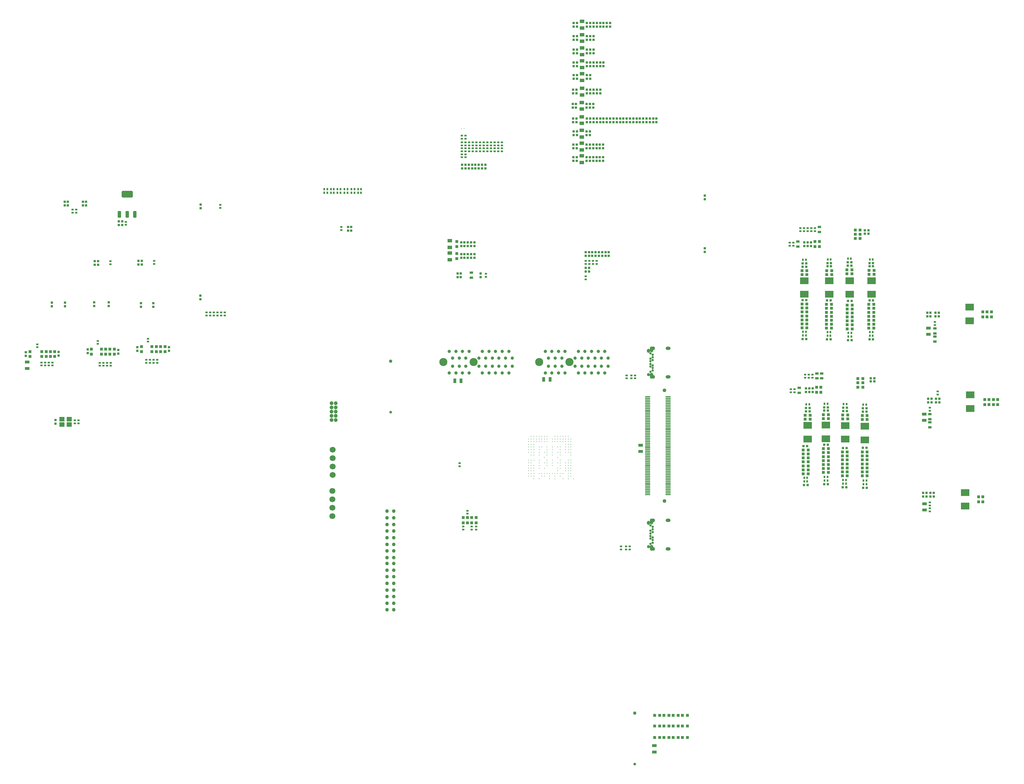
<source format=gbs>
%FSLAX46Y46*%
%MOMM*%
%AMPS58*
4,1,4,
0.550000,-0.649996,
-0.550000,-0.649996,
-0.550000,0.000004,
0.550000,0.000004,
0.550000,-0.649996,
0
*
1,1,1.100000,0.000000,0.000004*
1,1,1.100000,0.000000,-0.649996*
4,1,4,
0.500000,0.550004,
0.500000,-0.549996,
0.000000,-0.549996,
0.000000,0.550004,
0.500000,0.550004,
0
*
1,1,1.100000,0.000000,0.000004*
1,1,1.100000,0.500000,0.000004*
%
%ADD58PS58*%
%AMPS36*
4,1,4,
0.550000,-0.649996,
-0.550000,-0.649996,
-0.550000,0.000004,
0.550000,0.000004,
0.550000,-0.649996,
0
*
1,1,1.100000,0.000000,0.000004*
1,1,1.100000,0.000000,-0.649996*
4,1,4,
0.500000,0.550004,
0.500000,-0.549996,
0.000000,-0.549996,
0.000000,0.550004,
0.500000,0.550004,
0
*
1,1,1.100000,0.000000,0.000004*
1,1,1.100000,0.500000,0.000004*
%
%ADD36PS36*%
%AMPS68*
1,1,1.166800,0.000000,0.000000*
%
%ADD68PS68*%
%AMPS66*
1,1,1.166800,0.000000,0.000000*
%
%ADD66PS66*%
%AMPS62*
1,1,1.800000,0.000000,0.000000*
%
%ADD62PS62*%
%AMPS31*
1,1,0.700000,0.000000,0.000000*
%
%ADD31PS31*%
%AMPS35*
1,1,0.700000,0.000000,0.000000*
%
%ADD35PS35*%
%AMPS32*
1,1,0.700000,0.000000,0.000000*
%
%ADD32PS32*%
%AMPS61*
1,1,1.800000,0.000000,0.000000*
%
%ADD61PS61*%
%AMPS67*
1,1,1.166800,0.000000,0.000000*
%
%ADD67PS67*%
%AMPS46*
1,1,1.000000,0.000000,0.000000*
%
%ADD46PS46*%
%AMPS48*
1,1,1.000000,0.000000,0.000000*
%
%ADD48PS48*%
%AMPS50*
1,1,1.000000,0.000000,0.000000*
%
%ADD50PS50*%
%AMPS47*
1,1,1.000000,0.000000,0.000000*
%
%ADD47PS47*%
%AMPS57*
1,1,0.700000,0.000000,0.000000*
%
%ADD57PS57*%
%AMPS63*
1,1,1.800000,0.000000,0.000000*
%
%ADD63PS63*%
%AMPS44*
1,1,1.000000,0.000000,0.000000*
%
%ADD44PS44*%
%AMPS45*
1,1,1.000000,0.000000,0.000000*
%
%ADD45PS45*%
%AMPS70*
1,1,1.166800,0.000000,0.000000*
%
%ADD70PS70*%
%AMPS52*
1,1,1.000000,0.000000,0.000000*
%
%ADD52PS52*%
%AMPS53*
1,1,1.000000,0.000000,0.000000*
%
%ADD53PS53*%
%AMPS39*
1,1,0.700000,0.000000,0.000000*
%
%ADD39PS39*%
%AMPS71*
1,1,1.000000,0.000000,0.000000*
%
%ADD71PS71*%
%AMPS54*
1,1,1.000000,0.000000,0.000000*
%
%ADD54PS54*%
%AMPS49*
1,1,1.000000,0.000000,0.000000*
%
%ADD49PS49*%
%AMPS51*
1,1,1.000000,0.000000,0.000000*
%
%ADD51PS51*%
%AMPS33*
1,1,0.700000,0.000000,0.000000*
%
%ADD33PS33*%
%AMPS69*
1,1,1.166800,0.000000,0.000000*
%
%ADD69PS69*%
%AMPS20*
21,1,0.700000,0.600000,0.000000,0.000000,360.000000*
%
%ADD20PS20*%
%AMPS12*
21,1,0.700000,0.600000,0.000000,0.000000,270.000000*
%
%ADD12PS12*%
%AMPS22*
21,1,0.700000,0.600000,0.000000,0.000000,90.000000*
%
%ADD22PS22*%
%AMPS60*
21,1,1.500000,1.300000,0.000000,0.000000,360.000000*
%
%ADD60PS60*%
%AMPS28*
21,1,0.900000,0.900000,0.000000,0.000000,270.000000*
%
%ADD28PS28*%
%AMPS21*
21,1,1.100000,1.350000,0.000000,0.000000,270.000000*
%
%ADD21PS21*%
%AMPS14*
21,1,0.900000,0.850000,0.000000,0.000000,360.000000*
%
%ADD14PS14*%
%AMPS16*
21,1,0.900000,0.850000,0.000000,0.000000,270.000000*
%
%ADD16PS16*%
%AMPS29*
21,1,0.900000,0.850000,0.000000,0.000000,90.000000*
%
%ADD29PS29*%
%AMPS13*
21,1,0.500000,0.700000,0.000000,0.000000,360.000000*
%
%ADD13PS13*%
%AMPS11*
21,1,0.500000,0.700000,0.000000,0.000000,270.000000*
%
%ADD11PS11*%
%AMPS15*
21,1,0.500000,0.700000,0.000000,0.000000,90.000000*
%
%ADD15PS15*%
%AMPS23*
21,1,2.000000,2.600000,0.000000,0.000000,270.000000*
%
%ADD23PS23*%
%AMPS10*
21,1,0.800000,1.400000,0.000000,0.000000,270.000000*
%
%ADD10PS10*%
%AMPS41*
21,1,0.800000,1.400000,0.000000,0.000000,180.000000*
%
%ADD41PS41*%
%AMPS25*
21,1,0.800000,1.400000,0.000000,0.000000,90.000000*
%
%ADD25PS25*%
%AMPS17*
21,1,0.404800,1.547800,0.000000,0.000000,270.000000*
%
%ADD17PS17*%
%AMPS24*
21,1,0.600000,1.000000,0.000000,0.000000,270.000000*
%
%ADD24PS24*%
%AMPS19*
21,1,0.600000,1.000000,0.000000,0.000000,90.000000*
%
%ADD19PS19*%
%AMPS77*
1,1,0.300000,0.000000,0.000000*
%
%ADD77PS77*%
%AMPS75*
1,1,0.300000,0.000000,0.000000*
%
%ADD75PS75*%
%AMPS73*
1,1,0.300000,0.000000,0.000000*
%
%ADD73PS73*%
%AMPS72*
1,1,0.300000,0.000000,0.000000*
%
%ADD72PS72*%
%AMPS76*
1,1,0.300000,0.000000,0.000000*
%
%ADD76PS76*%
%AMPS74*
1,1,0.300000,0.000000,0.000000*
%
%ADD74PS74*%
%AMPS40*
21,1,0.500000,1.000000,0.000000,0.000000,180.000000*
1,1,1.000000,-0.250000,0.000000*
1,1,1.000000,0.250000,0.000000*
%
%ADD40PS40*%
%AMPS59*
21,1,0.500000,1.000000,0.000000,0.000000,180.000000*
1,1,1.000000,-0.250000,0.000000*
1,1,1.000000,0.250000,0.000000*
%
%ADD59PS59*%
%AMPS55*
21,1,0.500000,1.000000,0.000000,0.000000,180.000000*
1,1,1.000000,-0.250000,0.000000*
1,1,1.000000,0.250000,0.000000*
%
%ADD55PS55*%
%AMPS30*
21,1,0.500000,1.000000,0.000000,0.000000,180.000000*
1,1,1.000000,-0.250000,0.000000*
1,1,1.000000,0.250000,0.000000*
%
%ADD30PS30*%
%AMPS18*
1,1,1.116000,0.000000,0.000000*
%
%ADD18PS18*%
%AMPS26*
1,1,0.800000,0.000000,0.000000*
%
%ADD26PS26*%
%AMPS42*
1,1,1.100000,0.000000,0.000000*
%
%ADD42PS42*%
%AMPS27*
1,1,1.000000,0.000000,0.000000*
%
%ADD27PS27*%
%AMPS43*
1,1,2.450000,0.000000,0.000000*
%
%ADD43PS43*%
%AMPS37*
1,1,0.950000,0.000000,0.000000*
%
%ADD37PS37*%
%AMPS38*
21,1,0.300000,0.950000,0.000000,0.000000,90.000000*
1,1,0.950000,0.000000,0.150000*
1,1,0.950000,0.000000,-0.150000*
%
%ADD38PS38*%
%AMPS65*
1,1,0.600000,-1.375000,-0.700000*
1,1,0.600000,1.375000,0.700000*
1,1,0.600000,1.375000,-0.700000*
1,1,0.600000,-1.375000,0.700000*
21,1,3.350000,1.400000,0.000000,0.000000,180.000000*
21,1,2.750000,2.000000,0.000000,0.000000,180.000000*
%
%ADD65PS65*%
%AMPS64*
1,1,0.500000,0.275000,0.750000*
1,1,0.500000,-0.275000,-0.750000*
1,1,0.500000,-0.275000,0.750000*
1,1,0.500000,0.275000,-0.750000*
21,1,1.050000,1.500000,0.000000,0.000000,360.000000*
21,1,0.550000,2.000000,0.000000,0.000000,360.000000*
%
%ADD64PS64*%
%AMPS34*
4,1,4,
0.550000,0.000000,
-0.550000,0.000000,
-0.550000,0.650000,
0.550000,0.650000,
0.550000,0.000000,
0
*
1,1,1.100000,0.000000,0.650000*
1,1,1.100000,0.000000,0.000000*
4,1,4,
0.500000,0.550000,
0.500000,-0.550000,
0.000000,-0.550000,
0.000000,0.550000,
0.500000,0.550000,
0
*
1,1,1.100000,0.000000,0.000000*
1,1,1.100000,0.500000,0.000000*
%
%ADD34PS34*%
%AMPS56*
4,1,4,
0.550000,0.000000,
-0.550000,0.000000,
-0.550000,0.650000,
0.550000,0.650000,
0.550000,0.000000,
0
*
1,1,1.100000,0.000000,0.650000*
1,1,1.100000,0.000000,0.000000*
4,1,4,
0.500000,0.550000,
0.500000,-0.550000,
0.000000,-0.550000,
0.000000,0.550000,
0.500000,0.550000,
0
*
1,1,1.100000,0.000000,0.000000*
1,1,1.100000,0.500000,0.000000*
%
%ADD56PS56*%
G01*
G01*
%LPD*%
G75*
D10*
X-150000000Y24350000D03*
D10*
X-150000000Y26250000D03*
D11*
X86100000Y21550000D03*
D11*
X86100000Y22450000D03*
D11*
X-9900000Y89950000D03*
D11*
X-9900000Y90850000D03*
D12*
X16100000Y124750000D03*
D12*
X16100000Y123650000D03*
D13*
X-59350000Y77400000D03*
D13*
X-60250000Y77400000D03*
D14*
X102250000Y-2100000D03*
D14*
X103750000Y-2100000D03*
D12*
X22000000Y88150000D03*
D12*
X22000000Y87050000D03*
D12*
X85300000Y18350000D03*
D12*
X85300000Y17250000D03*
D12*
X20000000Y104250000D03*
D12*
X20000000Y103150000D03*
D15*
X-95800000Y41250000D03*
D15*
X-95800000Y40350000D03*
D12*
X19000000Y88150000D03*
D12*
X19000000Y87050000D03*
D13*
X97350000Y-9400000D03*
D13*
X96450000Y-9400000D03*
D16*
X88000000Y62650000D03*
D16*
X88000000Y61150000D03*
D12*
X15000000Y88150000D03*
D12*
X15000000Y87050000D03*
D16*
X-111000000Y30950000D03*
D16*
X-111000000Y29450000D03*
D12*
X86300000Y18350000D03*
D12*
X86300000Y17250000D03*
D11*
X85000000Y21550000D03*
D11*
X85000000Y22450000D03*
D17*
X37413900Y15260800D03*
D17*
X37413900Y-6255500D03*
D17*
X43586100Y-7756700D03*
D17*
X37413900Y-11259300D03*
D17*
X43586100Y7254800D03*
D17*
X43586100Y-1251700D03*
D17*
X43586100Y10757400D03*
D17*
X37413900Y-250900D03*
D17*
X43586100Y13259300D03*
D17*
X43586100Y-6755900D03*
D17*
X37413900Y12759000D03*
D17*
X43586100Y-9758200D03*
D17*
X37413900Y-4754300D03*
D17*
X37413900Y-6755900D03*
D17*
X37413900Y-3753600D03*
D18*
X42532000Y-15741100D03*
D17*
X43586100Y4252500D03*
D17*
X43586100Y-5755100D03*
D17*
X43586100Y13759700D03*
D17*
X37413900Y13259300D03*
D17*
X43586100Y-10758900D03*
D17*
X37413900Y11758200D03*
D17*
X43586100Y-5254700D03*
D17*
X43586100Y5253300D03*
D17*
X37413900Y-4253900D03*
D17*
X37413900Y-2752800D03*
D17*
X43586100Y-4253900D03*
D17*
X37413900Y-8257000D03*
D17*
X43586100Y4752900D03*
D17*
X37413900Y14260100D03*
D17*
X43586100Y-3253200D03*
D17*
X43586100Y12258600D03*
D17*
X37413900Y249400D03*
D17*
X37413900Y-751300D03*
D17*
X43586100Y7755200D03*
D17*
X43586100Y10257000D03*
D17*
X43586100Y-7256299D03*
D17*
X37413900Y8755900D03*
D17*
X37413900Y5253300D03*
D17*
X43586100Y9256299D03*
D17*
X43586100Y-2752800D03*
D17*
X37413900Y3752200D03*
D17*
X43586100Y-10258500D03*
D17*
X37413900Y-12760400D03*
D17*
X43586100Y-13260800D03*
D17*
X43586100Y5753700D03*
D17*
X37413900Y8255500D03*
D17*
X43586100Y-3753600D03*
D17*
X37413900Y749801D03*
D17*
X43586100Y-1752100D03*
D17*
X37413900Y-7756700D03*
D18*
X42532000Y17741100D03*
D17*
X43586100Y-751300D03*
D17*
X37413900Y5753700D03*
D17*
X37413900Y1250199D03*
D17*
X37413900Y2751400D03*
D17*
X37413900Y-10758900D03*
D17*
X43586100Y2751400D03*
D17*
X43586100Y11758200D03*
D17*
X43586100Y-4754300D03*
D17*
X43586100Y-12760400D03*
D17*
X43586100Y-2252400D03*
D17*
X37413900Y9756700D03*
D17*
X37413900Y-7256299D03*
D17*
X43586100Y749801D03*
D17*
X37413900Y-2252400D03*
D17*
X37413900Y4752900D03*
D17*
X43586100Y15761200D03*
D17*
X37413900Y-5755100D03*
D17*
X37413900Y9256299D03*
D17*
X37413900Y6254000D03*
D17*
X37413900Y7755200D03*
D17*
X43586100Y9756700D03*
D17*
X43586100Y6754400D03*
D17*
X43586100Y1750600D03*
D17*
X43586100Y8755900D03*
D17*
X43586100Y3752200D03*
D17*
X37413900Y-9257800D03*
D17*
X37413900Y4252500D03*
D17*
X43586100Y1250199D03*
D17*
X37413900Y-12260000D03*
D17*
X37413900Y14760500D03*
D17*
X37413900Y-5254700D03*
D17*
X37413900Y15761200D03*
D17*
X43586100Y-11259300D03*
D17*
X43586100Y-8757400D03*
D17*
X37413900Y10257000D03*
D17*
X37413900Y13759700D03*
D17*
X37413900Y7254800D03*
D17*
X37413900Y12258600D03*
D17*
X37413900Y3251800D03*
D17*
X37413900Y-13260800D03*
D17*
X37413900Y-8757400D03*
D17*
X37413900Y6754400D03*
D17*
X37413900Y1750600D03*
D17*
X37413900Y-9758200D03*
D17*
X43586100Y-12260000D03*
D17*
X43586100Y249400D03*
D17*
X43586100Y3251800D03*
D17*
X37413900Y-1251700D03*
D17*
X43586100Y15260800D03*
D17*
X43586100Y-8257000D03*
D17*
X37413900Y10757400D03*
D17*
X43586100Y12759000D03*
D17*
X37413900Y-11759700D03*
D17*
X43586100Y-6255500D03*
D17*
X37413900Y2251000D03*
D17*
X43586100Y14260100D03*
D17*
X37413900Y11257800D03*
D17*
X43586100Y-13761200D03*
D17*
X43586100Y2251000D03*
D17*
X43586100Y11257800D03*
D17*
X43586100Y8255500D03*
D17*
X43586100Y-250900D03*
D17*
X37413900Y-1752100D03*
D17*
X37413900Y-3253200D03*
D17*
X43586100Y6254000D03*
D17*
X43586100Y14760500D03*
D17*
X43586100Y-11759700D03*
D17*
X37413900Y-10258500D03*
D17*
X37413900Y-13761200D03*
D17*
X43586100Y-9257800D03*
D11*
X19799996Y55949994D03*
D11*
X19799996Y56849994D03*
D12*
X16100000Y120650000D03*
D12*
X16100000Y119550000D03*
D12*
X24100000Y128750000D03*
D12*
X24100000Y127650000D03*
D12*
X24700000Y59450000D03*
D12*
X24700000Y58350000D03*
D11*
X80400000Y61450000D03*
D11*
X80400000Y62350000D03*
D12*
X16100000Y116750000D03*
D12*
X16100000Y115650000D03*
D12*
X19100000Y128750000D03*
D12*
X19100000Y127650000D03*
D12*
X20100000Y120650000D03*
D12*
X20100000Y119550000D03*
D11*
X-110700000Y26050000D03*
D11*
X-110700000Y26950000D03*
D19*
X82800000Y62650000D03*
D19*
X82800000Y61150000D03*
D16*
X140600000Y14950000D03*
D16*
X140600000Y13450000D03*
D11*
X31100000Y21350000D03*
D11*
X31100000Y22250000D03*
D11*
X30900000Y-30350000D03*
D11*
X30900000Y-29450000D03*
D13*
X91750000Y13700000D03*
D13*
X90850000Y13700000D03*
D12*
X18700000Y59450000D03*
D12*
X18700000Y58350000D03*
D12*
X24100000Y99850000D03*
D12*
X24100000Y98750000D03*
D11*
X-112900000Y26050000D03*
D11*
X-112900000Y26950000D03*
D14*
X91450000Y43700000D03*
D14*
X92950000Y43700000D03*
D20*
X91650000Y44900000D03*
D20*
X92750000Y44900000D03*
D12*
X14900000Y99850000D03*
D12*
X14900000Y98750000D03*
D11*
X-111700000Y55950000D03*
D11*
X-111700000Y56850000D03*
D12*
X29100000Y99850000D03*
D12*
X29100000Y98750000D03*
D13*
X103550000Y-9500000D03*
D13*
X102650000Y-9500000D03*
D21*
X-22300008Y57200056D03*
D21*
X-22300008Y59200056D03*
D11*
X-124900000Y55850000D03*
D11*
X-124900000Y56750000D03*
D16*
X-123700000Y30150000D03*
D16*
X-123700000Y28650000D03*
D14*
X84450000Y-300000D03*
D14*
X85950000Y-300000D03*
D12*
X15100000Y112950000D03*
D12*
X15100000Y111850000D03*
D12*
X15900000Y99850000D03*
D12*
X15900000Y98750000D03*
D11*
X84700000Y65850000D03*
D11*
X84700000Y66750000D03*
D22*
X-138700000Y73650000D03*
D22*
X-138700000Y74750000D03*
D16*
X140000000Y41450000D03*
D16*
X140000000Y39950000D03*
D11*
X29400000Y-30350000D03*
D11*
X29400000Y-29450000D03*
D20*
X96450000Y300000D03*
D20*
X97550000Y300000D03*
D12*
X37100000Y99850000D03*
D12*
X37100000Y98750000D03*
D13*
X-57350000Y78500000D03*
D13*
X-58250000Y78500000D03*
D12*
X-17900000Y58850000D03*
D12*
X-17900000Y57750000D03*
D20*
X104450000Y56200000D03*
D20*
X105550000Y56200000D03*
D23*
X98500000Y50850000D03*
D23*
X98500000Y46750000D03*
D11*
X-12100000Y91750000D03*
D11*
X-12100000Y92650000D03*
D14*
X96250000Y-2100000D03*
D14*
X97750000Y-2100000D03*
D10*
X121000000Y8650000D03*
D10*
X121000000Y10550000D03*
D12*
X24000000Y91950000D03*
D12*
X24000000Y90850000D03*
D22*
X15800000Y103150000D03*
D22*
X15800000Y104250000D03*
D24*
X83200000Y16950000D03*
D24*
X83200000Y18450000D03*
D14*
X84050000Y53900000D03*
D14*
X85550000Y53900000D03*
D16*
X138700000Y41450000D03*
D16*
X138700000Y39950000D03*
D22*
X-115600000Y42950000D03*
D22*
X-115600000Y44050000D03*
D11*
X-143500000Y25250000D03*
D11*
X-143500000Y26150000D03*
D20*
X97950000Y44700000D03*
D20*
X99050000Y44700000D03*
D12*
X-122500000Y29950000D03*
D12*
X-122500000Y28850000D03*
D21*
X17599992Y127200056D03*
D21*
X17599992Y129200056D03*
D14*
X84050000Y39000000D03*
D14*
X85550000Y39000000D03*
D12*
X25100000Y128750000D03*
D12*
X25100000Y127650000D03*
D14*
X84050000Y41400000D03*
D14*
X85550000Y41400000D03*
D12*
X21100000Y128750000D03*
D12*
X21100000Y127650000D03*
D11*
X-145700000Y25250000D03*
D11*
X-145700000Y26150000D03*
D12*
X20700000Y59450000D03*
D12*
X20700000Y58350000D03*
D13*
X85250000Y34300000D03*
D13*
X84350000Y34300000D03*
D12*
X-16900000Y62450000D03*
D12*
X-16900000Y61350000D03*
D14*
X45150000Y-83700000D03*
D14*
X46650000Y-83700000D03*
D12*
X18700000Y54750000D03*
D12*
X18700000Y53650000D03*
D20*
X84250000Y33200000D03*
D20*
X85350000Y33200000D03*
D14*
X96250000Y-6900000D03*
D14*
X97750000Y-6900000D03*
D11*
X-16500000Y89950000D03*
D11*
X-16500000Y90850000D03*
D13*
X98950000Y34000000D03*
D13*
X98050000Y34000000D03*
D13*
X-53250000Y78500000D03*
D13*
X-54150000Y78500000D03*
D16*
X138700000Y-14450000D03*
D16*
X138700000Y-15950000D03*
D12*
X-141500000Y8750000D03*
D12*
X-141500000Y7650000D03*
D12*
X-18900000Y62450000D03*
D12*
X-18900000Y61350000D03*
D14*
X90550000Y-2300000D03*
D14*
X92050000Y-2300000D03*
D14*
X84050000Y42600000D03*
D14*
X85550000Y42600000D03*
D12*
X19000000Y104250000D03*
D12*
X19000000Y103150000D03*
D12*
X14900000Y108550000D03*
D12*
X14900000Y107450000D03*
D25*
X122300000Y36550000D03*
D25*
X122300000Y34650000D03*
D11*
X-19350000Y-5225000D03*
D11*
X-19350000Y-4325000D03*
D16*
X-109700000Y30950000D03*
D16*
X-109700000Y29450000D03*
D20*
X96550000Y11500000D03*
D20*
X97650000Y11500000D03*
D12*
X-52100000Y67050000D03*
D12*
X-52100000Y65950000D03*
D14*
X96250000Y-4500000D03*
D14*
X97750000Y-4500000D03*
D12*
X20100000Y112950000D03*
D12*
X20100000Y111850000D03*
D14*
X84450000Y-5100000D03*
D14*
X85950000Y-5100000D03*
D12*
X-129800000Y44350000D03*
D12*
X-129800000Y43250000D03*
D14*
X97750000Y41100000D03*
D14*
X99250000Y41100000D03*
D11*
X-8800000Y89950000D03*
D11*
X-8800000Y90850000D03*
D12*
X-116700000Y30750000D03*
D12*
X-116700000Y29650000D03*
D12*
X-115400000Y56850000D03*
D12*
X-115400000Y55750000D03*
D11*
X-128700000Y31750000D03*
D11*
X-128700000Y32650000D03*
D14*
X97750000Y37500000D03*
D14*
X99250000Y37500000D03*
D14*
X84050000Y37800000D03*
D14*
X85550000Y37800000D03*
D20*
X102450000Y12300000D03*
D20*
X103550000Y12300000D03*
D11*
X-144600000Y25250000D03*
D11*
X-144600000Y26150000D03*
D12*
X23700000Y59450000D03*
D12*
X23700000Y58350000D03*
D11*
X-15400000Y91750000D03*
D11*
X-15400000Y92650000D03*
D23*
X105100000Y50850000D03*
D23*
X105100000Y46750000D03*
D12*
X16100000Y112950000D03*
D12*
X16100000Y111850000D03*
D14*
X102250000Y-5700000D03*
D14*
X103750000Y-5700000D03*
D12*
X-18900000Y58850000D03*
D12*
X-18900000Y57750000D03*
D16*
X89300000Y62650000D03*
D16*
X89300000Y61150000D03*
D11*
X-8800000Y91750000D03*
D11*
X-8800000Y92650000D03*
D11*
X-90300000Y40350000D03*
D11*
X-90300000Y41250000D03*
D11*
X-9900000Y91750000D03*
D11*
X-9900000Y92650000D03*
D14*
X39550000Y-80500000D03*
D14*
X41050000Y-80500000D03*
D11*
X-17600000Y91750000D03*
D11*
X-17600000Y92650000D03*
D20*
X104850000Y21400000D03*
D20*
X105950000Y21400000D03*
D12*
X36100000Y99850000D03*
D12*
X36100000Y98750000D03*
D14*
X102250000Y-900000D03*
D14*
X103750000Y-900000D03*
D13*
X103450000Y13400000D03*
D13*
X102550000Y13400000D03*
D12*
X20100000Y116750000D03*
D12*
X20100000Y115650000D03*
D22*
X121700000Y-14350000D03*
D22*
X121700000Y-13250000D03*
D14*
X97750000Y38700000D03*
D14*
X99250000Y38700000D03*
D11*
X-11000000Y91750000D03*
D11*
X-11000000Y92650000D03*
D14*
X100950000Y20000000D03*
D14*
X102450000Y20000000D03*
D14*
X102250000Y-6900000D03*
D14*
X103750000Y-6900000D03*
D14*
X97750000Y39900000D03*
D14*
X99250000Y39900000D03*
D21*
X17499992Y90400056D03*
D21*
X17499992Y92400056D03*
D24*
X122700000Y9050000D03*
D24*
X122700000Y10550000D03*
D11*
X18700000Y51250000D03*
D11*
X18700000Y52150000D03*
D21*
X17499992Y86600056D03*
D21*
X17499992Y88600056D03*
D12*
X19100000Y116750000D03*
D12*
X19100000Y115650000D03*
D11*
X86900000Y65850000D03*
D11*
X86900000Y66750000D03*
D13*
X105450000Y35300000D03*
D13*
X104550000Y35300000D03*
D11*
X-15400000Y89950000D03*
D11*
X-15400000Y90850000D03*
D10*
X39500000Y-91550000D03*
D10*
X39500000Y-89650000D03*
D16*
X-115500000Y30950000D03*
D16*
X-115500000Y29450000D03*
D26*
X33540000Y-95185000D03*
D27*
X33540000Y-79815000D03*
D28*
X-18300000Y-22300000D03*
D28*
X-18300000Y-20700000D03*
D14*
X104250000Y43700000D03*
D14*
X105750000Y43700000D03*
D12*
X-16600000Y85850000D03*
D12*
X-16600000Y84750000D03*
D24*
X124200000Y34950000D03*
D24*
X124200000Y36450000D03*
D20*
X91650000Y33100000D03*
D20*
X92750000Y33100000D03*
D29*
X-143000000Y27950000D03*
D29*
X-143000000Y29450000D03*
D12*
X-11600000Y85850000D03*
D12*
X-11600000Y84750000D03*
D20*
X96350000Y-11600000D03*
D20*
X97450000Y-11600000D03*
D12*
X15900000Y108550000D03*
D12*
X15900000Y107450000D03*
D14*
X104350000Y52800000D03*
D14*
X105850000Y52800000D03*
D16*
X141300000Y41450000D03*
D16*
X141300000Y39950000D03*
D14*
X104350000Y54000000D03*
D14*
X105850000Y54000000D03*
D14*
X42350000Y-87200000D03*
D14*
X43850000Y-87200000D03*
D12*
X-15900000Y58850000D03*
D12*
X-15900000Y57750000D03*
D13*
X-51150000Y78500000D03*
D13*
X-52050000Y78500000D03*
D14*
X91450000Y38900000D03*
D14*
X92950000Y38900000D03*
D11*
X-12100000Y89950000D03*
D11*
X-12100000Y90850000D03*
D12*
X15100000Y116750000D03*
D12*
X15100000Y115650000D03*
D14*
X102250000Y8900000D03*
D14*
X103750000Y8900000D03*
D20*
X90750000Y12600000D03*
D20*
X91850000Y12600000D03*
D13*
X-53250000Y77400000D03*
D13*
X-54150000Y77400000D03*
D23*
X134700000Y42850000D03*
D23*
X134700000Y38750000D03*
D12*
X16000000Y91950000D03*
D12*
X16000000Y90850000D03*
D14*
X84050000Y36600000D03*
D14*
X85550000Y36600000D03*
D16*
X-125000000Y30150000D03*
D16*
X-125000000Y28650000D03*
D12*
X20100000Y108550000D03*
D12*
X20100000Y107450000D03*
D12*
X22100000Y99850000D03*
D12*
X22100000Y98750000D03*
D11*
X-111800000Y26050000D03*
D11*
X-111800000Y26950000D03*
D30*
X43650000Y-21570000D03*
D31*
X38300000Y-26300000D03*
D32*
X39000000Y-26700000D03*
D33*
X39000000Y-28300000D03*
D34*
X38650000Y-30230000D03*
D35*
X39000000Y-25100000D03*
D35*
X38300000Y-25500000D03*
D36*
X38650000Y-21570000D03*
D37*
X37650000Y-29500000D03*
D33*
X38300000Y-27100000D03*
D38*
X37650000Y-22300000D03*
D35*
X39000000Y-23500000D03*
D31*
X38300000Y-24700000D03*
D35*
X39000000Y-27500000D03*
D33*
X39000000Y-24300000D03*
D39*
X38300000Y-23100000D03*
D31*
X38300000Y-28700000D03*
D40*
X43650000Y-30230000D03*
D12*
X19100000Y120650000D03*
D12*
X19100000Y119550000D03*
D11*
X33600000Y21350000D03*
D11*
X33600000Y22250000D03*
D20*
X103050000Y66100000D03*
D20*
X104150000Y66100000D03*
D12*
X-16900000Y58850000D03*
D12*
X-16900000Y57750000D03*
D12*
X-15600000Y85850000D03*
D12*
X-15600000Y84750000D03*
D13*
X105450000Y57300000D03*
D13*
X104550000Y57300000D03*
D11*
X-13200000Y91750000D03*
D11*
X-13200000Y92650000D03*
D19*
X122700000Y8050000D03*
D19*
X122700000Y6550000D03*
D21*
X17499992Y98400056D03*
D21*
X17499992Y100400056D03*
D11*
X-14300000Y89950000D03*
D11*
X-14300000Y90850000D03*
D22*
X122900000Y-14350000D03*
D22*
X122900000Y-13250000D03*
D11*
X-135600000Y7750000D03*
D11*
X-135600000Y8650000D03*
D11*
X-120200000Y67750000D03*
D11*
X-120200000Y68650000D03*
D22*
X-133200000Y73650000D03*
D22*
X-133200000Y74750000D03*
D14*
X97750000Y42300000D03*
D14*
X99250000Y42300000D03*
D11*
X-18700000Y91750000D03*
D11*
X-18700000Y92650000D03*
D20*
X90750000Y1300000D03*
D20*
X91850000Y1300000D03*
D13*
X92650000Y34200000D03*
D13*
X91750000Y34200000D03*
D14*
X84450000Y-7500000D03*
D14*
X85950000Y-7500000D03*
D13*
X-59350000Y78500000D03*
D13*
X-60250000Y78500000D03*
D29*
X-141700000Y27950000D03*
D29*
X-141700000Y29450000D03*
D22*
X124400000Y40050000D03*
D22*
X124400000Y41150000D03*
D14*
X96250000Y-5700000D03*
D14*
X97750000Y-5700000D03*
D12*
X21000000Y91950000D03*
D12*
X21000000Y90850000D03*
D14*
X104250000Y42500000D03*
D14*
X105750000Y42500000D03*
D20*
X91750000Y56200000D03*
D20*
X92850000Y56200000D03*
D12*
X19100000Y124750000D03*
D12*
X19100000Y123650000D03*
D20*
X84250000Y45000000D03*
D20*
X85350000Y45000000D03*
D20*
X90750000Y-10600000D03*
D20*
X91850000Y-10600000D03*
D21*
X17599992Y115300056D03*
D21*
X17599992Y117300056D03*
D22*
X125400000Y40050000D03*
D22*
X125400000Y41150000D03*
D23*
X85770000Y7130000D03*
D23*
X85770000Y3030000D03*
D12*
X21100000Y116750000D03*
D12*
X21100000Y115650000D03*
D14*
X104250000Y41300000D03*
D14*
X105750000Y41300000D03*
D14*
X47950000Y-87200000D03*
D14*
X49450000Y-87200000D03*
D11*
X80700000Y17150000D03*
D11*
X80700000Y18050000D03*
D14*
X104250000Y36500000D03*
D14*
X105750000Y36500000D03*
D15*
X-135200000Y72350000D03*
D15*
X-135200000Y71450000D03*
D20*
X104850000Y20400000D03*
D20*
X105950000Y20400000D03*
D12*
X19100000Y99850000D03*
D12*
X19100000Y98750000D03*
D14*
X97660000Y52930000D03*
D14*
X99160000Y52930000D03*
D11*
X-16500000Y91750000D03*
D11*
X-16500000Y92650000D03*
D20*
X104450000Y33100000D03*
D20*
X105550000Y33100000D03*
D15*
X-94700000Y41250000D03*
D15*
X-94700000Y40350000D03*
D11*
X-124800000Y25150000D03*
D11*
X-124800000Y26050000D03*
D12*
X-18600000Y85850000D03*
D12*
X-18600000Y84750000D03*
D12*
X19000000Y91950000D03*
D12*
X19000000Y90850000D03*
D20*
X104450000Y55200000D03*
D20*
X105550000Y55200000D03*
D19*
X124200000Y33950000D03*
D19*
X124200000Y32450000D03*
D13*
X105450000Y34200000D03*
D13*
X104550000Y34200000D03*
D16*
X-127600000Y30150000D03*
D16*
X-127600000Y28650000D03*
D14*
X42350000Y-80500000D03*
D14*
X43850000Y-80500000D03*
D13*
X91750000Y-8400000D03*
D13*
X90850000Y-8400000D03*
D22*
X54700000Y75450000D03*
D22*
X54700000Y76550000D03*
D12*
X25100000Y99850000D03*
D12*
X25100000Y98750000D03*
D12*
X31100000Y99850000D03*
D12*
X31100000Y98750000D03*
D21*
X-22300008Y60900056D03*
D21*
X-22300008Y62900056D03*
D21*
X17499992Y94300056D03*
D21*
X17499992Y96300056D03*
D13*
X85650000Y-8700000D03*
D13*
X84750000Y-8700000D03*
D14*
X90550000Y9200000D03*
D14*
X92050000Y9200000D03*
D21*
X17599992Y123200056D03*
D21*
X17599992Y125200056D03*
D13*
X91750000Y-9500000D03*
D13*
X90850000Y-9500000D03*
D22*
X123200000Y14050000D03*
D22*
X123200000Y15150000D03*
D12*
X-122300000Y68750000D03*
D12*
X-122300000Y67650000D03*
D12*
X21100000Y99850000D03*
D12*
X21100000Y98750000D03*
D12*
X39100000Y99850000D03*
D12*
X39100000Y98750000D03*
D11*
X-128100000Y25150000D03*
D11*
X-128100000Y26050000D03*
D11*
X-18700000Y89950000D03*
D11*
X-18700000Y90850000D03*
D15*
X81500000Y62350000D03*
D15*
X81500000Y61450000D03*
D12*
X19100000Y108550000D03*
D12*
X19100000Y107450000D03*
D12*
X22100000Y128750000D03*
D12*
X22100000Y127650000D03*
D20*
X104450000Y44900000D03*
D20*
X105550000Y44900000D03*
D13*
X-57350000Y77400000D03*
D13*
X-58250000Y77400000D03*
D11*
X-92500000Y40350000D03*
D11*
X-92500000Y41250000D03*
D12*
X27100000Y99850000D03*
D12*
X27100000Y98750000D03*
D12*
X-12600000Y85850000D03*
D12*
X-12600000Y84750000D03*
D21*
X17599992Y119200056D03*
D21*
X17599992Y121200056D03*
D12*
X21100000Y120650000D03*
D12*
X21100000Y119550000D03*
D41*
X-20850000Y20600000D03*
D41*
X-18950000Y20600000D03*
D14*
X102250000Y-8100000D03*
D14*
X103750000Y-8100000D03*
D13*
X85250000Y35400000D03*
D13*
X84350000Y35400000D03*
D16*
X137400000Y-14450000D03*
D16*
X137400000Y-15950000D03*
D13*
X85250000Y57200000D03*
D13*
X84350000Y57200000D03*
D14*
X91450000Y36500000D03*
D14*
X92950000Y36500000D03*
D24*
X88600000Y21350000D03*
D24*
X88600000Y22850000D03*
D21*
X17599992Y111400056D03*
D21*
X17599992Y113400056D03*
D24*
X89300000Y65550000D03*
D24*
X89300000Y67050000D03*
D13*
X97550000Y13600000D03*
D13*
X96650000Y13600000D03*
D11*
X-13200000Y89950000D03*
D11*
X-13200000Y90850000D03*
D15*
X125100000Y17350000D03*
D15*
X125100000Y16450000D03*
D14*
X100150000Y64900000D03*
D14*
X101650000Y64900000D03*
D13*
X-55350000Y77400000D03*
D13*
X-56250000Y77400000D03*
D12*
X21100000Y108550000D03*
D12*
X21100000Y107450000D03*
D14*
X42350000Y-83700000D03*
D14*
X43850000Y-83700000D03*
D12*
X-19000000Y53050000D03*
D12*
X-19000000Y51950000D03*
D23*
X84800000Y50850000D03*
D23*
X84800000Y46750000D03*
D14*
X100950000Y18700000D03*
D14*
X102450000Y18700000D03*
D11*
X-91400000Y40350000D03*
D11*
X-91400000Y41250000D03*
D11*
X124200000Y37450000D03*
D11*
X124200000Y38350000D03*
D16*
X88500000Y18650000D03*
D16*
X88500000Y17150000D03*
D13*
X-49150000Y78500000D03*
D13*
X-50050000Y78500000D03*
D16*
X139300000Y14950000D03*
D16*
X139300000Y13450000D03*
D22*
X-132200000Y73650000D03*
D22*
X-132200000Y74750000D03*
D12*
X-129600000Y56750000D03*
D12*
X-129600000Y55650000D03*
D12*
X-14600000Y85850000D03*
D12*
X-14600000Y84750000D03*
D12*
X20100000Y99850000D03*
D12*
X20100000Y98750000D03*
D12*
X85800000Y62450000D03*
D12*
X85800000Y61350000D03*
D11*
X-125900000Y25150000D03*
D11*
X-125900000Y26050000D03*
D14*
X45150000Y-80500000D03*
D14*
X46650000Y-80500000D03*
D11*
X-113500000Y32450000D03*
D11*
X-113500000Y33350000D03*
D11*
X122700000Y11550000D03*
D11*
X122700000Y12450000D03*
D12*
X20000000Y95950000D03*
D12*
X20000000Y94850000D03*
D12*
X20100000Y124750000D03*
D12*
X20100000Y123650000D03*
D15*
X-14400000Y-23450000D03*
D15*
X-14400000Y-24350000D03*
D12*
X22700000Y59450000D03*
D12*
X22700000Y58350000D03*
D11*
X88000000Y65850000D03*
D11*
X88000000Y66750000D03*
D42*
X-41300000Y-40600000D03*
D42*
X-39300000Y-38600000D03*
D42*
X-39300000Y-40600000D03*
D42*
X-41300000Y-38600000D03*
D42*
X-39300000Y-44600000D03*
D42*
X-41300000Y-36600000D03*
D42*
X-39300000Y-36600000D03*
D42*
X-39300000Y-34600000D03*
D42*
X-39300000Y-48600000D03*
D42*
X-41300000Y-46600000D03*
D42*
X-41300000Y-34600000D03*
D42*
X-39300000Y-42600000D03*
D42*
X-41300000Y-48600000D03*
D42*
X-41300000Y-42600000D03*
D42*
X-39300000Y-46600000D03*
D42*
X-41300000Y-44600000D03*
D11*
X-11000000Y89950000D03*
D11*
X-11000000Y90850000D03*
D16*
X-126300000Y30150000D03*
D16*
X-126300000Y28650000D03*
D12*
X16100000Y128750000D03*
D12*
X16100000Y127650000D03*
D12*
X19700000Y59450000D03*
D12*
X19700000Y58350000D03*
D25*
X35300000Y1150000D03*
D25*
X35300000Y-750000D03*
D12*
X15100000Y124750000D03*
D12*
X15100000Y123650000D03*
D14*
X102250000Y-3300000D03*
D14*
X103750000Y-3300000D03*
D14*
X45150000Y-87200000D03*
D14*
X46650000Y-87200000D03*
D43*
X-24300000Y26250000D03*
D44*
X-9500000Y27500000D03*
D45*
X-5500000Y25000000D03*
D43*
X-15150000Y26250000D03*
D46*
X-16500000Y29500000D03*
D47*
X-10500000Y23000000D03*
D45*
X-22500000Y23000000D03*
D47*
X-18500000Y23000000D03*
D48*
X-19500000Y25000000D03*
D47*
X-17500000Y25000000D03*
D47*
X-6500000Y23000000D03*
D45*
X-7500000Y25000000D03*
D49*
X-20500000Y29500000D03*
D50*
X-3500000Y27500000D03*
D44*
X-7500000Y27500000D03*
D51*
X-13500000Y25000000D03*
D51*
X-3500000Y25000000D03*
D52*
X-4500000Y29500000D03*
D49*
X-18500000Y29500000D03*
D45*
X-16500000Y23000000D03*
D49*
X-6500000Y29500000D03*
D52*
X-10500000Y29500000D03*
D44*
X-22500000Y29500000D03*
D44*
X-13500000Y27500000D03*
D45*
X-20500000Y23000000D03*
D44*
X-12500000Y29500000D03*
D46*
X-11500000Y27500000D03*
D44*
X-17500000Y27500000D03*
D44*
X-19500000Y27500000D03*
D53*
X-21500000Y25000000D03*
D50*
X-21500000Y27500000D03*
D44*
X-5500000Y27500000D03*
D54*
X-12500000Y23000000D03*
D51*
X-4500000Y23000000D03*
D50*
X-8500000Y29500000D03*
D53*
X-8500000Y23000000D03*
D45*
X-11500000Y25000000D03*
D51*
X-9500000Y25000000D03*
D12*
X84800000Y62450000D03*
D12*
X84800000Y61350000D03*
D23*
X97090000Y7070000D03*
D23*
X97090000Y2970000D03*
D14*
X100150000Y66200000D03*
D14*
X101650000Y66200000D03*
D20*
X84250000Y55100000D03*
D20*
X85350000Y55100000D03*
D12*
X-13000000Y53050000D03*
D12*
X-13000000Y51950000D03*
D15*
X-18300000Y-23450000D03*
D15*
X-18300000Y-24350000D03*
D14*
X91450000Y37700000D03*
D14*
X92950000Y37700000D03*
D12*
X26100000Y99850000D03*
D12*
X26100000Y98750000D03*
D14*
X85050000Y10200000D03*
D14*
X86550000Y10200000D03*
D14*
X96350000Y9100000D03*
D14*
X97850000Y9100000D03*
D55*
X43650000Y30430000D03*
D32*
X38300000Y25700000D03*
D39*
X39000000Y25300000D03*
D32*
X39000000Y23700000D03*
D56*
X38650000Y21770000D03*
D31*
X39000000Y26900000D03*
D57*
X38300000Y26500000D03*
D58*
X38650000Y30430000D03*
D37*
X37650000Y22500000D03*
D32*
X38300000Y24900000D03*
D38*
X37650000Y29700000D03*
D33*
X39000000Y28500000D03*
D35*
X38300000Y27300000D03*
D57*
X39000000Y24500000D03*
D31*
X39000000Y27700000D03*
D31*
X38300000Y28900000D03*
D35*
X38300000Y23300000D03*
D59*
X43650000Y21770000D03*
D14*
X85050000Y9000000D03*
D14*
X86550000Y9000000D03*
D60*
X-139500000Y9000000D03*
D60*
X-137300000Y9000000D03*
D60*
X-137300000Y7400000D03*
D60*
X-139500000Y7400000D03*
D16*
X-130600000Y30150000D03*
D16*
X-130600000Y28650000D03*
D23*
X133400000Y-13150000D03*
D23*
X133400000Y-17250000D03*
D12*
X23000000Y91950000D03*
D12*
X23000000Y90850000D03*
D20*
X97950000Y32900000D03*
D20*
X99050000Y32900000D03*
D14*
X100150000Y63600000D03*
D14*
X101650000Y63600000D03*
D14*
X84050000Y40200000D03*
D14*
X85550000Y40200000D03*
D14*
X104250000Y38900000D03*
D14*
X105750000Y38900000D03*
D20*
X85250000Y11400000D03*
D20*
X86350000Y11400000D03*
D23*
X103060000Y6880000D03*
D23*
X103060000Y2780000D03*
D12*
X16000000Y88150000D03*
D12*
X16000000Y87050000D03*
D14*
X102250000Y-4500000D03*
D14*
X103750000Y-4500000D03*
D12*
X-97700000Y46350000D03*
D12*
X-97700000Y45250000D03*
D11*
X81800000Y17150000D03*
D11*
X81800000Y18050000D03*
D12*
X23100000Y99850000D03*
D12*
X23100000Y98750000D03*
D12*
X-128600000Y56750000D03*
D12*
X-128600000Y55650000D03*
D12*
X23100000Y108550000D03*
D12*
X23100000Y107450000D03*
D12*
X19100000Y112950000D03*
D12*
X19100000Y111850000D03*
D11*
X-17600000Y93750000D03*
D11*
X-17600000Y94650000D03*
D14*
X39550000Y-83700000D03*
D14*
X41050000Y-83700000D03*
D20*
X84550000Y900000D03*
D20*
X85650000Y900000D03*
D14*
X96250000Y-8100000D03*
D14*
X97750000Y-8100000D03*
D20*
X102550000Y-11700000D03*
D20*
X103650000Y-11700000D03*
D22*
X-137700000Y73650000D03*
D22*
X-137700000Y74750000D03*
D22*
X125600000Y14050000D03*
D22*
X125600000Y15150000D03*
D15*
X-15700000Y-23450000D03*
D15*
X-15700000Y-24350000D03*
D12*
X23100000Y128750000D03*
D12*
X23100000Y127650000D03*
D13*
X97350000Y-10500000D03*
D13*
X96450000Y-10500000D03*
D14*
X97660000Y54130000D03*
D14*
X99160000Y54130000D03*
D14*
X84050000Y52700000D03*
D14*
X85550000Y52700000D03*
D12*
X-131700000Y30050000D03*
D12*
X-131700000Y28950000D03*
D14*
X90550000Y-4700000D03*
D14*
X92050000Y-4700000D03*
D61*
X-57750000Y-7810000D03*
D62*
X-57750000Y-190000D03*
D63*
X-57750000Y-2730000D03*
D61*
X-57750000Y-5270000D03*
D14*
X39550000Y-87200000D03*
D14*
X41050000Y-87200000D03*
D12*
X15000000Y91950000D03*
D12*
X15000000Y90850000D03*
D61*
X-57840000Y-20260000D03*
D61*
X-57840000Y-12640000D03*
D61*
X-57840000Y-15180000D03*
D62*
X-57840000Y-17720000D03*
D20*
X84250000Y56100000D03*
D20*
X85350000Y56100000D03*
D16*
X141900000Y14950000D03*
D16*
X141900000Y13450000D03*
D14*
X102250000Y10100000D03*
D14*
X103750000Y10100000D03*
D14*
X91450000Y41300000D03*
D14*
X92950000Y41300000D03*
D12*
X-111900000Y44050000D03*
D12*
X-111900000Y42950000D03*
D14*
X91450000Y40100000D03*
D14*
X92950000Y40100000D03*
D10*
X121100000Y-18450000D03*
D10*
X121100000Y-16550000D03*
D28*
X-17000000Y-22300000D03*
D28*
X-17000000Y-20700000D03*
D20*
X97860000Y55430000D03*
D20*
X98960000Y55430000D03*
D14*
X97750000Y36300000D03*
D14*
X99250000Y36300000D03*
D11*
X-6600000Y91750000D03*
D11*
X-6600000Y92650000D03*
D21*
X17609992Y106980056D03*
D21*
X17609992Y108980056D03*
D12*
X-121300000Y68750000D03*
D12*
X-121300000Y67650000D03*
D15*
X21999996Y56849994D03*
D15*
X21999996Y55949994D03*
D12*
X-125400000Y44350000D03*
D12*
X-125400000Y43250000D03*
D12*
X21000000Y104250000D03*
D12*
X21000000Y103150000D03*
D11*
X-11400000Y52050000D03*
D11*
X-11400000Y52950000D03*
D13*
X98860000Y57530000D03*
D13*
X97960000Y57530000D03*
D14*
X97750000Y43500000D03*
D14*
X99250000Y43500000D03*
D14*
X90550000Y100000D03*
D14*
X92050000Y100000D03*
D11*
X122700000Y-17050000D03*
D11*
X122700000Y-16150000D03*
D14*
X104250000Y37700000D03*
D14*
X105750000Y37700000D03*
D16*
X89800000Y18650000D03*
D16*
X89800000Y17150000D03*
D20*
X103050000Y65100000D03*
D20*
X104150000Y65100000D03*
D29*
X-145600000Y27950000D03*
D29*
X-145600000Y29450000D03*
D13*
X85650000Y-9800000D03*
D13*
X84750000Y-9800000D03*
D11*
X-14300000Y91750000D03*
D11*
X-14300000Y92650000D03*
D12*
X-20000000Y53050000D03*
D12*
X-20000000Y51950000D03*
D14*
X96250000Y-900000D03*
D14*
X97750000Y-900000D03*
D12*
X-15900000Y62450000D03*
D12*
X-15900000Y61350000D03*
D12*
X-97600000Y73850000D03*
D12*
X-97600000Y72750000D03*
D15*
X-17000000Y-18650000D03*
D15*
X-17000000Y-19550000D03*
D14*
X84450000Y-1500000D03*
D14*
X85950000Y-1500000D03*
D22*
X-140500000Y28250000D03*
D22*
X-140500000Y29350000D03*
D13*
X-49150000Y77400000D03*
D13*
X-50050000Y77400000D03*
D12*
X15100000Y120650000D03*
D12*
X15100000Y119550000D03*
D15*
X-136300000Y72350000D03*
D15*
X-136300000Y71450000D03*
D14*
X104250000Y40100000D03*
D14*
X105750000Y40100000D03*
D11*
X-18700000Y93750000D03*
D11*
X-18700000Y94650000D03*
D12*
X15100000Y128750000D03*
D12*
X15100000Y127650000D03*
D11*
X-17600000Y88150000D03*
D11*
X-17600000Y89050000D03*
D11*
X122700000Y-18850000D03*
D11*
X122700000Y-17950000D03*
D26*
X-40220000Y11155000D03*
D27*
X-40220000Y26525000D03*
D12*
X26100000Y128750000D03*
D12*
X26100000Y127650000D03*
D20*
X85250000Y12400000D03*
D20*
X86350000Y12400000D03*
D12*
X20000000Y91950000D03*
D12*
X20000000Y90850000D03*
D12*
X-107200000Y30750000D03*
D12*
X-107200000Y29650000D03*
D12*
X54700000Y60650000D03*
D12*
X54700000Y59550000D03*
D14*
X91450000Y42500000D03*
D14*
X92950000Y42500000D03*
D12*
X-142600000Y44250000D03*
D12*
X-142600000Y43150000D03*
D22*
X124600000Y14050000D03*
D22*
X124600000Y15150000D03*
D12*
X-14900000Y62450000D03*
D12*
X-14900000Y61350000D03*
D12*
X40100000Y99850000D03*
D12*
X40100000Y98750000D03*
D12*
X-17600000Y85850000D03*
D12*
X-17600000Y84750000D03*
D14*
X90550000Y-5900000D03*
D14*
X92050000Y-5900000D03*
D12*
X-14900000Y58850000D03*
D12*
X-14900000Y57750000D03*
D12*
X25700000Y59450000D03*
D12*
X25700000Y58350000D03*
D12*
X21700000Y59450000D03*
D12*
X21700000Y58350000D03*
D22*
X122900000Y40050000D03*
D22*
X122900000Y41150000D03*
D14*
X84050000Y43800000D03*
D14*
X85550000Y43800000D03*
D13*
X-51150000Y77400000D03*
D13*
X-52050000Y77400000D03*
D16*
X-20200000Y59050000D03*
D16*
X-20200000Y57550000D03*
D41*
X6050000Y21000000D03*
D41*
X7950000Y21000000D03*
D12*
X-13600000Y85850000D03*
D12*
X-13600000Y84750000D03*
D16*
X-149200000Y29450000D03*
D16*
X-149200000Y27950000D03*
D20*
X102450000Y400000D03*
D20*
X103550000Y400000D03*
D11*
X-7700000Y91750000D03*
D11*
X-7700000Y92650000D03*
D14*
X96350000Y10300000D03*
D14*
X97850000Y10300000D03*
D22*
X123900000Y-14350000D03*
D22*
X123900000Y-13250000D03*
D14*
X84450000Y-2700000D03*
D14*
X85950000Y-2700000D03*
D23*
X134900000Y16350000D03*
D23*
X134900000Y12250000D03*
D11*
X-7700000Y89950000D03*
D11*
X-7700000Y90850000D03*
D12*
X-17900000Y62450000D03*
D12*
X-17900000Y61350000D03*
D12*
X28100000Y99850000D03*
D12*
X28100000Y98750000D03*
D21*
X17499992Y102700056D03*
D21*
X17499992Y104700056D03*
D14*
X84450000Y-3900000D03*
D14*
X85950000Y-3900000D03*
D14*
X100950000Y21300000D03*
D14*
X102450000Y21300000D03*
D12*
X22100000Y116750000D03*
D12*
X22100000Y115650000D03*
D16*
X-108400000Y30950000D03*
D16*
X-108400000Y29450000D03*
D14*
X47950000Y-83700000D03*
D14*
X49450000Y-83700000D03*
D22*
X14800000Y103150000D03*
D22*
X14800000Y104250000D03*
D11*
X-114000000Y26050000D03*
D11*
X-114000000Y26950000D03*
D16*
X143200000Y14950000D03*
D16*
X143200000Y13450000D03*
D11*
X-6600000Y89950000D03*
D11*
X-6600000Y90850000D03*
D64*
X-122120000Y70880000D03*
D65*
X-119820000Y76980000D03*
D64*
X-119820000Y70880000D03*
D64*
X-117520000Y70880000D03*
D24*
X-15800000Y51750000D03*
D24*
X-15800000Y53250000D03*
D15*
X18699996Y56849994D03*
D15*
X18699996Y55949994D03*
D12*
X23000000Y88150000D03*
D12*
X23000000Y87050000D03*
D20*
X90750000Y11600000D03*
D20*
X91850000Y11600000D03*
D14*
X90550000Y-7100000D03*
D14*
X92050000Y-7100000D03*
D14*
X91550000Y52700000D03*
D14*
X93050000Y52700000D03*
D11*
X85800000Y65850000D03*
D11*
X85800000Y66750000D03*
D20*
X91750000Y55200000D03*
D20*
X92850000Y55200000D03*
D12*
X30100000Y99850000D03*
D12*
X30100000Y98750000D03*
D11*
X-91700000Y72850000D03*
D11*
X-91700000Y73750000D03*
D12*
X35100000Y99850000D03*
D12*
X35100000Y98750000D03*
D12*
X19700000Y54750000D03*
D12*
X19700000Y53650000D03*
D11*
X-93600000Y40350000D03*
D11*
X-93600000Y41250000D03*
D14*
X91550000Y53900000D03*
D14*
X93050000Y53900000D03*
D12*
X21100000Y124750000D03*
D12*
X21100000Y123650000D03*
D11*
X83600000Y65850000D03*
D11*
X83600000Y66750000D03*
D29*
X-144300000Y27950000D03*
D29*
X-144300000Y29450000D03*
D11*
X32000000Y-30350000D03*
D11*
X32000000Y-29450000D03*
D13*
X86250000Y13500000D03*
D13*
X85350000Y13500000D03*
D11*
X-134500000Y7750000D03*
D11*
X-134500000Y8650000D03*
D11*
X-17600000Y89950000D03*
D11*
X-17600000Y90850000D03*
D14*
X96250000Y-3300000D03*
D14*
X97750000Y-3300000D03*
D20*
X96550000Y12500000D03*
D20*
X97650000Y12500000D03*
D12*
X-150400000Y29250000D03*
D12*
X-150400000Y28150000D03*
D12*
X20000000Y88150000D03*
D12*
X20000000Y87050000D03*
D28*
X-14400000Y-22300000D03*
D28*
X-14400000Y-20700000D03*
D11*
X32500000Y21350000D03*
D11*
X32500000Y22250000D03*
D12*
X22100000Y108550000D03*
D12*
X22100000Y107450000D03*
D42*
X-41300000Y-24800000D03*
D42*
X-39300000Y-22800000D03*
D42*
X-39300000Y-24800000D03*
D42*
X-41300000Y-22800000D03*
D42*
X-39300000Y-28800000D03*
D42*
X-41300000Y-20800000D03*
D42*
X-39300000Y-20800000D03*
D42*
X-39300000Y-18800000D03*
D42*
X-39300000Y-32800000D03*
D42*
X-41300000Y-30800000D03*
D42*
X-41300000Y-18800000D03*
D42*
X-39300000Y-26800000D03*
D42*
X-41300000Y-32800000D03*
D42*
X-41300000Y-26800000D03*
D42*
X-39300000Y-30800000D03*
D42*
X-41300000Y-28800000D03*
D23*
X92300000Y50850000D03*
D23*
X92300000Y46750000D03*
D66*
X-56835000Y13860000D03*
D67*
X-56835000Y12590000D03*
D68*
X-56835000Y8780000D03*
D69*
X-58105000Y13860000D03*
D70*
X-58105000Y11320000D03*
D70*
X-58105000Y10050000D03*
D70*
X-56835000Y10050000D03*
D70*
X-56835000Y11320000D03*
D66*
X-58105000Y8780000D03*
D70*
X-58105000Y12590000D03*
D12*
X34100000Y99850000D03*
D12*
X34100000Y98750000D03*
D12*
X19000000Y95950000D03*
D12*
X19000000Y94850000D03*
D11*
X87200000Y21550000D03*
D11*
X87200000Y22450000D03*
D23*
X91320000Y7200000D03*
D23*
X91320000Y3100000D03*
D22*
X121900000Y40050000D03*
D22*
X121900000Y41150000D03*
D12*
X24000000Y88150000D03*
D12*
X24000000Y87050000D03*
D12*
X15100000Y95950000D03*
D12*
X15100000Y94850000D03*
D12*
X-53100000Y67050000D03*
D12*
X-53100000Y65950000D03*
D22*
X120700000Y-14350000D03*
D22*
X120700000Y-13250000D03*
D43*
X4700000Y26250000D03*
D44*
X19500000Y27500000D03*
D51*
X23500000Y25000000D03*
D43*
X13850000Y26250000D03*
D71*
X12500000Y29500000D03*
D47*
X18500000Y23000000D03*
D51*
X6500000Y23000000D03*
D54*
X10500000Y23000000D03*
D48*
X9500000Y25000000D03*
D47*
X11500000Y25000000D03*
D45*
X22500000Y23000000D03*
D47*
X21500000Y25000000D03*
D44*
X8500000Y29500000D03*
D44*
X25500000Y27500000D03*
D44*
X21500000Y27500000D03*
D45*
X15500000Y25000000D03*
D47*
X25500000Y25000000D03*
D46*
X24500000Y29500000D03*
D49*
X10500000Y29500000D03*
D51*
X12500000Y23000000D03*
D49*
X22500000Y29500000D03*
D44*
X18500000Y29500000D03*
D44*
X6500000Y29500000D03*
D49*
X15500000Y27500000D03*
D51*
X8500000Y23000000D03*
D52*
X16500000Y29500000D03*
D52*
X17500000Y27500000D03*
D71*
X11500000Y27500000D03*
D44*
X9500000Y27500000D03*
D54*
X7500000Y25000000D03*
D46*
X7500000Y27500000D03*
D52*
X23500000Y27500000D03*
D53*
X16500000Y23000000D03*
D47*
X24500000Y23000000D03*
D50*
X20500000Y29500000D03*
D53*
X20500000Y23000000D03*
D53*
X17500000Y25000000D03*
D45*
X19500000Y25000000D03*
D14*
X90550000Y-3500000D03*
D14*
X92050000Y-3500000D03*
D11*
X-127000000Y25150000D03*
D11*
X-127000000Y26050000D03*
D12*
X38100000Y99850000D03*
D12*
X38100000Y98750000D03*
D11*
X-142400000Y25250000D03*
D11*
X-142400000Y26150000D03*
D13*
X103550000Y-10600000D03*
D13*
X102650000Y-10600000D03*
D14*
X90550000Y-1100000D03*
D14*
X92050000Y-1100000D03*
D13*
X-55350000Y78500000D03*
D13*
X-56250000Y78500000D03*
D12*
X23100000Y116750000D03*
D12*
X23100000Y115650000D03*
D20*
X102450000Y11300000D03*
D20*
X103550000Y11300000D03*
D16*
X-112300000Y30950000D03*
D16*
X-112300000Y29450000D03*
D14*
X47950000Y-80500000D03*
D14*
X49450000Y-80500000D03*
D14*
X84450000Y-6300000D03*
D14*
X85950000Y-6300000D03*
D11*
X-147000000Y30750000D03*
D11*
X-147000000Y31650000D03*
D14*
X90550000Y10400000D03*
D14*
X92050000Y10400000D03*
D12*
X24100000Y116750000D03*
D12*
X24100000Y115650000D03*
D22*
X122200000Y14050000D03*
D22*
X122200000Y15150000D03*
D28*
X-15700000Y-22300000D03*
D28*
X-15700000Y-20700000D03*
D13*
X98950000Y35100000D03*
D13*
X98050000Y35100000D03*
D12*
X21000000Y88150000D03*
D12*
X21000000Y87050000D03*
D20*
X97860000Y56430000D03*
D20*
X98960000Y56430000D03*
D12*
X20100000Y128750000D03*
D12*
X20100000Y127650000D03*
D11*
X-55100000Y66150000D03*
D11*
X-55100000Y67050000D03*
D12*
X32100000Y99850000D03*
D12*
X32100000Y98750000D03*
D12*
X33100000Y99850000D03*
D12*
X33100000Y98750000D03*
D13*
X92650000Y35300000D03*
D13*
X91750000Y35300000D03*
D16*
X-20200000Y62650000D03*
D16*
X-20200000Y61150000D03*
D13*
X92750000Y57300000D03*
D13*
X91850000Y57300000D03*
D12*
X-138600000Y44250000D03*
D12*
X-138600000Y43150000D03*
D12*
X86800000Y62450000D03*
D12*
X86800000Y61350000D03*
D24*
X90000000Y21350000D03*
D24*
X90000000Y22850000D03*
D12*
X87300000Y18350000D03*
D12*
X87300000Y17250000D03*
D12*
X16100000Y95950000D03*
D12*
X16100000Y94850000D03*
D12*
X22000000Y91950000D03*
D12*
X22000000Y90850000D03*
D20*
X84650000Y-10900000D03*
D20*
X85750000Y-10900000D03*
D11*
X-18700000Y88150000D03*
D11*
X-18700000Y89050000D03*
D12*
X-116400000Y56850000D03*
D12*
X-116400000Y55750000D03*
D15*
X20899996Y56849994D03*
D15*
X20899996Y55949994D03*
D72*
X10240000Y610000D03*
D73*
X11040000Y2210000D03*
D73*
X10240000Y3010000D03*
D73*
X4640000Y-8990000D03*
D73*
X1440000Y-6590000D03*
D73*
X11840000Y2210000D03*
D73*
X1440000Y-4190000D03*
D74*
X-18800000Y96800000D03*
D73*
X2240000Y3810000D03*
D73*
X3040000Y-990000D03*
D75*
X11040000Y-3390000D03*
D72*
X3040000Y2210000D03*
D72*
X2240000Y1410000D03*
D72*
X5440000Y-7390000D03*
D73*
X2240000Y2210000D03*
D72*
X12640000Y3810000D03*
D72*
X7040000Y-7390000D03*
D73*
X2240000Y-8190000D03*
D76*
X10240000Y-5790000D03*
D74*
X13440000Y3810000D03*
D75*
X11040000Y-990000D03*
D72*
X5440000Y3810000D03*
D74*
X11040000Y610000D03*
D75*
X9440000Y-7390000D03*
D75*
X13440000Y1410000D03*
D73*
X7840000Y-7390000D03*
D73*
X2240000Y-5790000D03*
D72*
X8640000Y2210000D03*
D73*
X3840000Y2210000D03*
D74*
X3040000Y-190000D03*
D77*
X2240000Y-990000D03*
D73*
X12640000Y-190000D03*
D74*
X2240000Y-6590000D03*
D72*
X12640000Y-4990000D03*
D73*
X4640000Y-4990000D03*
D72*
X1440000Y610000D03*
D73*
X6240000Y3010000D03*
D75*
X7040000Y-990000D03*
D74*
X11840000Y3010000D03*
D73*
X14240000Y610000D03*
D73*
X2240000Y-190000D03*
D72*
X1440000Y-7390000D03*
D73*
X11040000Y-1790000D03*
D72*
X13440000Y-8190000D03*
D72*
X4640000Y-1790000D03*
D73*
X13440000Y-990000D03*
D77*
X3040000Y-3390000D03*
D72*
X9440000Y-8990000D03*
D75*
X11040000Y3810000D03*
D73*
X8640000Y-990000D03*
D73*
X5440000Y610000D03*
D73*
X1440000Y-990000D03*
D73*
X6240000Y2210000D03*
D72*
X10240000Y2210000D03*
D74*
X14240000Y-1790000D03*
D73*
X12640000Y610000D03*
D75*
X13440000Y3010000D03*
D73*
X15040000Y-8990000D03*
D72*
X13440000Y610000D03*
D73*
X14240000Y2210000D03*
D77*
X14240000Y-4990000D03*
D72*
X1440000Y-190000D03*
D73*
X7040000Y-4190000D03*
D72*
X11040000Y-8190000D03*
D75*
X7040000Y-1790000D03*
D75*
X14240000Y-4190000D03*
D73*
X4640000Y-4190000D03*
D77*
X2240000Y610000D03*
D73*
X8640000Y-4190000D03*
D72*
X1440000Y-8190000D03*
D76*
X14240000Y3010000D03*
D75*
X8640000Y-4990000D03*
D74*
X1440000Y2210000D03*
D73*
X9440000Y2210000D03*
D72*
X13440000Y-4990000D03*
D72*
X4640000Y3810000D03*
D74*
X13440000Y-6590000D03*
D72*
X4640000Y-3390000D03*
D72*
X3040000Y3010000D03*
D72*
X14240000Y-7390000D03*
D72*
X14240000Y-990000D03*
D73*
X-18000000Y96800000D03*
D77*
X3040000Y3810000D03*
D73*
X14240000Y-190000D03*
D73*
X4640000Y3010000D03*
D76*
X11040000Y3010000D03*
D72*
X14240000Y-8190000D03*
D73*
X9440000Y3010000D03*
D73*
X12640000Y-990000D03*
D72*
X2240000Y-4190000D03*
D72*
X13440000Y-5790000D03*
D73*
X13440000Y-8990000D03*
D73*
X10240000Y-2590000D03*
D73*
X7040000Y-4990000D03*
D75*
X11040000Y-190000D03*
D75*
X14240000Y-3390000D03*
D73*
X12640000Y2210000D03*
D75*
X13440000Y-7390000D03*
D73*
X6240000Y-2590000D03*
D72*
X8640000Y-190000D03*
D74*
X4640000Y-7390000D03*
D73*
X11040000Y-7390000D03*
D72*
X8640000Y-1790000D03*
D73*
X11040000Y-4190000D03*
D73*
X2240000Y-1790000D03*
D73*
X2240000Y-3390000D03*
D76*
X10240000Y-990000D03*
D76*
X8640000Y-7390000D03*
D76*
X8640000Y-3390000D03*
D72*
X3040000Y-1790000D03*
D73*
X3040000Y610000D03*
D73*
X12640000Y3010000D03*
D75*
X6240000Y-8190000D03*
D76*
X10240000Y3810000D03*
D75*
X3040000Y-7390000D03*
D74*
X2240000Y-4990000D03*
D73*
X13440000Y-3390000D03*
D73*
X3040000Y-8990000D03*
D73*
X6240000Y-7390000D03*
D74*
X4640000Y-5790000D03*
D76*
X3840000Y3810000D03*
D73*
X3040000Y-8190000D03*
D76*
X6240000Y-990000D03*
D77*
X11840000Y-7390000D03*
D75*
X3040000Y-4990000D03*
D74*
X7840000Y-8990000D03*
D75*
X9440000Y-8190000D03*
D75*
X3040000Y-5790000D03*
D77*
X4640000Y-190000D03*
D73*
X10240000Y-6590000D03*
D72*
X7040000Y610000D03*
D72*
X4640000Y2210000D03*
D72*
X2240000Y-7390000D03*
D76*
X8640000Y610000D03*
D74*
X3840000Y3010000D03*
D72*
X13440000Y-4190000D03*
D73*
X6240000Y-5790000D03*
D73*
X7840000Y-8190000D03*
D75*
X12640000Y1410000D03*
D72*
X7040000Y2210000D03*
D73*
X11840000Y3810000D03*
D74*
X11040000Y-5790000D03*
D76*
X10240000Y-4190000D03*
D73*
X12640000Y-4190000D03*
D72*
X12640000Y-5790000D03*
D73*
X3040000Y1410000D03*
D73*
X4640000Y610000D03*
D75*
X4640000Y-990000D03*
D76*
X7040000Y-3390000D03*
D73*
X5440000Y-8190000D03*
D76*
X6240000Y3810000D03*
D73*
X5440000Y2210000D03*
D75*
X2240000Y3010000D03*
D73*
X12640000Y-6590000D03*
D75*
X3040000Y-6590000D03*
D73*
X14240000Y-6590000D03*
D74*
X9440000Y3810000D03*
D73*
X1440000Y-3390000D03*
D73*
X10240000Y-7390000D03*
D73*
X7040000Y-190000D03*
D75*
X7040000Y3810000D03*
D73*
X1440000Y1410000D03*
D73*
X14240000Y1410000D03*
D73*
X6240000Y-4190000D03*
D74*
X8640000Y3010000D03*
D75*
X11040000Y-4990000D03*
D75*
X14240000Y-5790000D03*
D73*
X11840000Y-8990000D03*
D74*
X1440000Y-5790000D03*
D74*
X7040000Y3010000D03*
D73*
X13440000Y-190000D03*
D73*
X1440000Y3010000D03*
D73*
X5440000Y3010000D03*
D73*
X1440000Y-4990000D03*
D72*
X13440000Y2210000D03*
M02*

</source>
